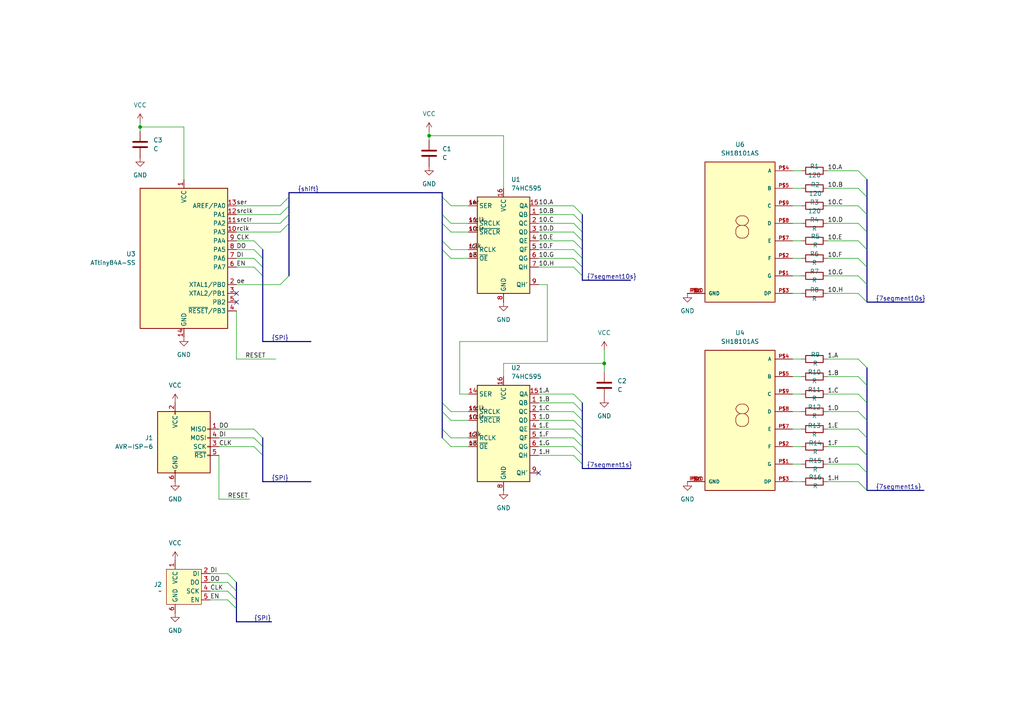
<source format=kicad_sch>
(kicad_sch (version 20231120) (generator "eeschema") (generator_version "8.0")
  (paper "A4")
  (lib_symbols
    (symbol "74xx:74HC595"
      (property "Reference" "U" (at -7.62 13.97 0))
      (property "Value" "74HC595" (at -7.62 -16.51 0))
      (symbol "74HC595_1_0"
        (pin tri_state line (at 10.16 7.62 180) (length 2.54) (name "QB") (number "1"))
        (pin input line (at -10.16 2.54 0) (length 2.54) (name "~{SRCLR}") (number "10"))
        (pin input line (at -10.16 5.08 0) (length 2.54) (name "SRCLK") (number "11"))
        (pin input line (at -10.16 -2.54 0) (length 2.54) (name "RCLK") (number "12"))
        (pin input line (at -10.16 -5.08 0) (length 2.54) (name "~{OE}") (number "13"))
        (pin input line (at -10.16 10.16 0) (length 2.54) (name "SER") (number "14"))
        (pin tri_state line (at 10.16 10.16 180) (length 2.54) (name "QA") (number "15"))
        (pin power_in line (at 0 15.24 270) (length 2.54) (name "VCC") (number "16"))
        (pin tri_state line (at 10.16 5.08 180) (length 2.54) (name "QC") (number "2"))
        (pin tri_state line (at 10.16 2.54 180) (length 2.54) (name "QD") (number "3"))
        (pin tri_state line (at 10.16 0 180) (length 2.54) (name "QE") (number "4"))
        (pin tri_state line (at 10.16 -2.54 180) (length 2.54) (name "QF") (number "5"))
        (pin tri_state line (at 10.16 -5.08 180) (length 2.54) (name "QG") (number "6"))
        (pin tri_state line (at 10.16 -7.62 180) (length 2.54) (name "QH") (number "7"))
        (pin power_in line (at 0 -17.78 90) (length 2.54) (name "GND") (number "8"))
        (pin output line (at 10.16 -12.7 180) (length 2.54) (name "QH'") (number "9"))
      )
      (symbol "74HC595_1_1"
        (rectangle (start -7.62 12.7) (end 7.62 -15.24) (stroke (width 0.254)) (fill (type background)))
      )
    )
    (symbol "Connector:AVR-ISP-6" (pin_names (offset 1.016))
      (property "Reference" "J" (at -6.35 11.43 0))
      (property "Value" "AVR-ISP-6" (at 0 11.43 0))
      (symbol "AVR-ISP-6_0_1"
        (rectangle (start -2.667 -6.858) (end -2.413 -7.62))
        (rectangle (start -2.667 10.16) (end -2.413 9.398))
        (rectangle (start 7.62 -2.413) (end 6.858 -2.667))
        (rectangle (start 7.62 0.127) (end 6.858 -0.127))
        (rectangle (start 7.62 2.667) (end 6.858 2.413))
        (rectangle (start 7.62 5.207) (end 6.858 4.953))
        (rectangle (start 7.62 10.16) (end -7.62 -7.62) (stroke (width 0.254)) (fill (type background)))
      )
      (symbol "AVR-ISP-6_1_1"
        (pin passive line (at 10.16 5.08 180) (length 2.54) (name "MISO") (number "1"))
        (pin passive line (at -2.54 12.7 270) (length 2.54) (name "VCC") (number "2"))
        (pin passive line (at 10.16 0 180) (length 2.54) (name "SCK") (number "3"))
        (pin passive line (at 10.16 2.54 180) (length 2.54) (name "MOSI") (number "4"))
        (pin passive line (at 10.16 -2.54 180) (length 2.54) (name "~{RST}") (number "5"))
        (pin passive line (at -2.54 -10.16 90) (length 2.54) (name "GND") (number "6"))
      )
    )
    (symbol "Device:C" (pin_numbers hide) (pin_names (offset 0.254))
      (property "Reference" "C" (at 0.635 2.54 0))
      (property "Value" "C" (at 0.635 -2.54 0))
      (symbol "C_0_1"
        (polyline (pts (xy -2.032 -0.762) (xy 2.032 -0.762)) (stroke (width 0.508)))
        (polyline (pts (xy -2.032 0.762) (xy 2.032 0.762)) (stroke (width 0.508)))
      )
      (symbol "C_1_1"
        (pin passive line (at 0 3.81 270) (length 2.794) (name "~") (number "1"))
        (pin passive line (at 0 -3.81 90) (length 2.794) (name "~") (number "2"))
      )
    )
    (symbol "Device:R" (pin_numbers hide) (pin_names (offset 0))
      (property "Reference" "R" (at 2.032 0 90))
      (property "Value" "R" (at 0 0 90))
      (symbol "R_0_1"
        (rectangle (start -1.016 -2.54) (end 1.016 2.54) (stroke (width 0.254)))
      )
      (symbol "R_1_1"
        (pin passive line (at 0 3.81 270) (length 1.27) (name "~") (number "1"))
        (pin passive line (at 0 -3.81 90) (length 1.27) (name "~") (number "2"))
      )
    )
    (symbol "Garth Libraries:SPI-Comm-Jack"
      (property "Reference" "J" (at 0 0 0))
      (property "Value" "SPI-Comm" (at 0 0 0))
      (symbol "SPI-Comm-Jack_1_1"
        (rectangle (start -5.08 5.08) (end 5.08 -5.08) (fill (type background)))
        (pin power_out line (at -2.54 7.62 270) (length 2.54) (name "VCC") (number "1"))
        (pin input line (at 7.62 3.81 180) (length 2.54) (name "DI") (number "2"))
        (pin output line (at 7.62 1.27 180) (length 2.54) (name "DO") (number "3"))
        (pin input line (at 7.62 -1.27 180) (length 2.54) (name "SCK") (number "4"))
        (pin input line (at 7.62 -3.81 180) (length 2.54) (name "EN") (number "5"))
        (pin power_out line (at -2.54 -7.62 90) (length 2.54) (name "GND") (number "6"))
      )
    )
    (symbol "MCU_Microchip_ATtiny:ATtiny84A-SS"
      (property "Reference" "U" (at -12.7 21.59 0))
      (property "Value" "ATtiny84A-SS" (at 2.54 -21.59 0))
      (symbol "ATtiny84A-SS_0_1"
        (rectangle (start -12.7 -20.32) (end 12.7 20.32) (stroke (width 0.254)) (fill (type background)))
      )
      (symbol "ATtiny84A-SS_1_1"
        (pin power_in line (at 0 22.86 270) (length 2.54) (name "VCC") (number "1"))
        (pin bidirectional line (at 15.24 7.62 180) (length 2.54) (name "PA3") (number "10"))
        (pin bidirectional line (at 15.24 10.16 180) (length 2.54) (name "PA2") (number "11"))
        (pin bidirectional line (at 15.24 12.7 180) (length 2.54) (name "PA1") (number "12"))
        (pin bidirectional line (at 15.24 15.24 180) (length 2.54) (name "AREF/PA0") (number "13"))
        (pin power_in line (at 0 -22.86 90) (length 2.54) (name "GND") (number "14"))
        (pin bidirectional line (at 15.24 -7.62 180) (length 2.54) (name "XTAL1/PB0") (number "2"))
        (pin bidirectional line (at 15.24 -10.16 180) (length 2.54) (name "XTAL2/PB1") (number "3"))
        (pin bidirectional line (at 15.24 -15.24 180) (length 2.54) (name "~{RESET}/PB3") (number "4"))
        (pin bidirectional line (at 15.24 -12.7 180) (length 2.54) (name "PB2") (number "5"))
        (pin bidirectional line (at 15.24 -2.54 180) (length 2.54) (name "PA7") (number "6"))
        (pin bidirectional line (at 15.24 0 180) (length 2.54) (name "PA6") (number "7"))
        (pin bidirectional line (at 15.24 2.54 180) (length 2.54) (name "PA5") (number "8"))
        (pin bidirectional line (at 15.24 5.08 180) (length 2.54) (name "PA4") (number "9"))
      )
    )
    (symbol "SH18101AS:SH18101AS" (pin_names (offset 1.016))
      (property "Reference" "U" (at -7.62 15.24 0))
      (property "Value" "SH18101AS" (at -7.62 -30.48 0))
      (symbol "SH18101AS_0_0"
        (rectangle (start -10.16 -27.94) (end 10.16 12.7) (stroke (width 0.254)) (fill (type background)))
        (text "8" (at -2.54 -10.16 0) (effects (font (size 6.4516 6.4516)) (justify left bottom)))
        (pin bidirectional line (at 15.24 -20.32 180) (length 5.08) (name "G") (number "P$1"))
        (pin power_in line (at -15.24 -25.4 0) (length 5.08) (name "GND") (number "P$10"))
        (pin bidirectional line (at 15.24 -15.24 180) (length 5.08) (name "F") (number "P$2"))
        (pin bidirectional line (at 15.24 -25.4 180) (length 5.08) (name "DP") (number "P$3"))
        (pin bidirectional line (at 15.24 10.16 180) (length 5.08) (name "A") (number "P$4"))
        (pin bidirectional line (at 15.24 5.08 180) (length 5.08) (name "B") (number "P$5"))
        (pin power_in line (at -15.24 -25.4 0) (length 5.08) (name "GND") (number "P$6"))
        (pin bidirectional line (at 15.24 -10.16 180) (length 5.08) (name "E") (number "P$7"))
        (pin bidirectional line (at 15.24 -5.08 180) (length 5.08) (name "D") (number "P$8"))
        (pin bidirectional line (at 15.24 0 180) (length 5.08) (name "C") (number "P$9"))
      )
    )
    (symbol "power:GND" (power) (pin_numbers hide) (pin_names (offset 0) hide)
      (property "Value" "GND" (at 0 -3.81 0))
      (symbol "GND_0_1"
        (polyline (pts (xy 0 0) (xy 0 -1.27) (xy 1.27 -1.27) (xy 0 -2.54) (xy -1.27 -1.27) (xy 0 -1.27)))
      )
      (symbol "GND_1_1"
        (pin power_in line (at 0 0 270) (length 0) (name "~") (number "1"))
      )
    )
    (symbol "power:VCC" (power) (pin_numbers hide) (pin_names (offset 0) hide)
      (property "Value" "VCC" (at 0 3.556 0))
      (symbol "VCC_0_1"
        (polyline (pts (xy -0.762 1.27) (xy 0 2.54)))
        (polyline (pts (xy 0 0) (xy 0 2.54)))
        (polyline (pts (xy 0 2.54) (xy 0.762 1.27)))
      )
      (symbol "VCC_1_1"
        (pin power_in line (at 0 0 90) (length 0) (name "~") (number "1"))
      )
    )
  )
  (bus_alias "" (members))
  (bus_alias "7segment10s" (members "10.A" "10.B" "10.C" "10.D" "10.E" "10.F" "10.G" "10.H"))
  (bus_alias "7segment1s" (members "1.A" "1.B" "1.C" "1.D" "1.E" "1.F" "1.G" "1.H"))
  (bus_alias "SPI" (members "DO" "DI" "CLK" "EN"))
  (bus_alias "shift" (members "ser" "srclk" "srclr" "rclk" "oe"))
  (junction (at 175.26 105.41))
  (junction (at 40.64 36.83))
  (junction (at 124.46 39.37))
  (no_connect (at 68.58 85.09))
  (no_connect (at 156.21 137.16))
  (no_connect (at 68.58 87.63))
  (bus_entry (at 76.2 74.93) (size -2.54 -2.54))
  (bus_entry (at 128.27 119.38) (size 2.54 2.54))
  (bus_entry (at 251.46 111.76) (size -2.54 -2.54))
  (bus_entry (at 128.27 127) (size 2.54 2.54))
  (bus_entry (at 168.91 124.46) (size -2.54 -2.54))
  (bus_entry (at 83.82 64.77) (size -2.54 2.54))
  (bus_entry (at 76.2 77.47) (size -2.54 -2.54))
  (bus_entry (at 251.46 116.84) (size -2.54 -2.54))
  (bus_entry (at 168.91 132.08) (size -2.54 -2.54))
  (bus_entry (at 168.91 134.62) (size -2.54 -2.54))
  (bus_entry (at 251.46 121.92) (size -2.54 -2.54))
  (bus_entry (at 168.91 69.85) (size -2.54 -2.54))
  (bus_entry (at 168.91 116.84) (size -2.54 -2.54))
  (bus_entry (at 168.91 127) (size -2.54 -2.54))
  (bus_entry (at 251.46 106.68) (size -2.54 -2.54))
  (bus_entry (at 251.46 127) (size -2.54 -2.54))
  (bus_entry (at 168.91 121.92) (size -2.54 -2.54))
  (bus_entry (at 251.46 82.55) (size -2.54 -2.54))
  (bus_entry (at 251.46 142.24) (size -2.54 -2.54))
  (bus_entry (at 128.27 64.77) (size 2.54 2.54))
  (bus_entry (at 168.91 129.54) (size -2.54 -2.54))
  (bus_entry (at 83.82 80.01) (size -2.54 2.54))
  (bus_entry (at 251.46 67.31) (size -2.54 -2.54))
  (bus_entry (at 251.46 72.39) (size -2.54 -2.54))
  (bus_entry (at 68.58 168.91) (size -2.54 -2.54))
  (bus_entry (at 83.82 62.23) (size -2.54 2.54))
  (bus_entry (at 168.91 119.38) (size -2.54 -2.54))
  (bus_entry (at 83.82 57.15) (size -2.54 2.54))
  (bus_entry (at 128.27 57.15) (size 2.54 2.54))
  (bus_entry (at 76.2 72.39) (size -2.54 -2.54))
  (bus_entry (at 251.46 137.16) (size -2.54 -2.54))
  (bus_entry (at 168.91 74.93) (size -2.54 -2.54))
  (bus_entry (at 128.27 69.85) (size 2.54 2.54))
  (bus_entry (at 251.46 62.23) (size -2.54 -2.54))
  (bus_entry (at 251.46 52.07) (size -2.54 -2.54))
  (bus_entry (at 76.2 80.01) (size -2.54 -2.54))
  (bus_entry (at 76.2 129.54) (size -2.54 -2.54))
  (bus_entry (at 168.91 80.01) (size -2.54 -2.54))
  (bus_entry (at 251.46 132.08) (size -2.54 -2.54))
  (bus_entry (at 251.46 57.15) (size -2.54 -2.54))
  (bus_entry (at 251.46 77.47) (size -2.54 -2.54))
  (bus_entry (at 76.2 132.08) (size -2.54 -2.54))
  (bus_entry (at 68.58 176.53) (size -2.54 -2.54))
  (bus_entry (at 168.91 62.23) (size -2.54 -2.54))
  (bus_entry (at 128.27 72.39) (size 2.54 2.54))
  (bus_entry (at 76.2 127) (size -2.54 -2.54))
  (bus_entry (at 128.27 124.46) (size 2.54 2.54))
  (bus_entry (at 168.91 67.31) (size -2.54 -2.54))
  (bus_entry (at 68.58 171.45) (size -2.54 -2.54))
  (bus_entry (at 168.91 72.39) (size -2.54 -2.54))
  (bus_entry (at 83.82 59.69) (size -2.54 2.54))
  (bus_entry (at 251.46 87.63) (size -2.54 -2.54))
  (bus_entry (at 168.91 77.47) (size -2.54 -2.54))
  (bus_entry (at 128.27 116.84) (size 2.54 2.54))
  (bus_entry (at 168.91 64.77) (size -2.54 -2.54))
  (bus_entry (at 68.58 173.99) (size -2.54 -2.54))
  (bus_entry (at 128.27 62.23) (size 2.54 2.54))
  (bus (pts (xy 251.46 87.63) (xy 267.97 87.63)))
  (wire (pts (xy 130.81 127) (xy 135.89 127)))
  (bus (pts (xy 168.91 64.77) (xy 168.91 67.31)))
  (bus (pts (xy 251.46 132.08) (xy 251.46 137.16)))
  (wire (pts (xy 130.81 129.54) (xy 135.89 129.54)))
  (wire (pts (xy 130.81 64.77) (xy 135.89 64.77)))
  (wire (pts (xy 240.03 54.61) (xy 248.92 54.61)))
  (bus (pts (xy 83.82 59.69) (xy 83.82 57.15)))
  (wire (pts (xy 68.58 90.17) (xy 68.58 104.14)))
  (wire (pts (xy 240.03 85.09) (xy 248.92 85.09)))
  (wire (pts (xy 63.5 124.46) (xy 73.66 124.46)))
  (wire (pts (xy 40.64 36.83) (xy 53.34 36.83)))
  (wire (pts (xy 130.81 72.39) (xy 135.89 72.39)))
  (wire (pts (xy 40.64 36.83) (xy 40.64 38.1)))
  (wire (pts (xy 146.05 105.41) (xy 146.05 109.22)))
  (wire (pts (xy 68.58 69.85) (xy 73.66 69.85)))
  (bus (pts (xy 168.91 124.46) (xy 168.91 127)))
  (bus (pts (xy 251.46 116.84) (xy 251.46 121.92)))
  (wire (pts (xy 130.81 74.93) (xy 135.89 74.93)))
  (bus (pts (xy 83.82 57.15) (xy 83.82 55.88)))
  (bus (pts (xy 168.91 67.31) (xy 168.91 69.85)))
  (wire (pts (xy 60.96 171.45) (xy 66.04 171.45)))
  (wire (pts (xy 175.26 105.41) (xy 175.26 107.95)))
  (wire (pts (xy 229.87 74.93) (xy 232.41 74.93)))
  (bus (pts (xy 76.2 129.54) (xy 76.2 132.08)))
  (wire (pts (xy 158.75 82.55) (xy 158.75 99.06)))
  (wire (pts (xy 156.21 77.47) (xy 166.37 77.47)))
  (bus (pts (xy 76.2 72.39) (xy 76.2 74.93)))
  (bus (pts (xy 128.27 57.15) (xy 128.27 62.23)))
  (wire (pts (xy 130.81 59.69) (xy 135.89 59.69)))
  (wire (pts (xy 229.87 129.54) (xy 232.41 129.54)))
  (wire (pts (xy 229.87 54.61) (xy 232.41 54.61)))
  (wire (pts (xy 156.21 121.92) (xy 166.37 121.92)))
  (wire (pts (xy 158.75 99.06) (xy 133.35 99.06)))
  (wire (pts (xy 68.58 72.39) (xy 73.66 72.39)))
  (wire (pts (xy 240.03 49.53) (xy 248.92 49.53)))
  (bus (pts (xy 128.27 64.77) (xy 128.27 69.85)))
  (wire (pts (xy 63.5 144.78) (xy 72.39 144.78)))
  (wire (pts (xy 156.21 119.38) (xy 166.37 119.38)))
  (bus (pts (xy 251.46 106.68) (xy 251.46 111.76)))
  (bus (pts (xy 251.46 111.76) (xy 251.46 116.84)))
  (wire (pts (xy 130.81 67.31) (xy 135.89 67.31)))
  (wire (pts (xy 156.21 69.85) (xy 166.37 69.85)))
  (bus (pts (xy 251.46 127) (xy 251.46 132.08)))
  (wire (pts (xy 68.58 59.69) (xy 81.28 59.69)))
  (bus (pts (xy 83.82 55.88) (xy 128.27 55.88)))
  (bus (pts (xy 128.27 72.39) (xy 128.27 116.84)))
  (wire (pts (xy 156.21 82.55) (xy 158.75 82.55)))
  (bus (pts (xy 168.91 69.85) (xy 168.91 72.39)))
  (wire (pts (xy 240.03 74.93) (xy 248.92 74.93)))
  (bus (pts (xy 76.2 77.47) (xy 76.2 80.01)))
  (wire (pts (xy 146.05 105.41) (xy 175.26 105.41)))
  (bus (pts (xy 251.46 62.23) (xy 251.46 67.31)))
  (bus (pts (xy 168.91 62.23) (xy 168.91 64.77)))
  (bus (pts (xy 168.91 132.08) (xy 168.91 134.62)))
  (wire (pts (xy 68.58 77.47) (xy 73.66 77.47)))
  (bus (pts (xy 168.91 81.28) (xy 182.88 81.28)))
  (bus (pts (xy 251.46 57.15) (xy 251.46 62.23)))
  (bus (pts (xy 168.91 121.92) (xy 168.91 124.46)))
  (bus (pts (xy 168.91 135.89) (xy 182.88 135.89)))
  (bus (pts (xy 76.2 127) (xy 76.2 129.54)))
  (bus (pts (xy 128.27 116.84) (xy 128.27 119.38)))
  (bus (pts (xy 68.58 180.34) (xy 78.74 180.34)))
  (wire (pts (xy 229.87 104.14) (xy 232.41 104.14)))
  (wire (pts (xy 240.03 80.01) (xy 248.92 80.01)))
  (wire (pts (xy 68.58 62.23) (xy 81.28 62.23)))
  (wire (pts (xy 156.21 116.84) (xy 166.37 116.84)))
  (bus (pts (xy 68.58 173.99) (xy 68.58 176.53)))
  (bus (pts (xy 251.46 67.31) (xy 251.46 72.39)))
  (wire (pts (xy 240.03 109.22) (xy 248.92 109.22)))
  (wire (pts (xy 124.46 38.1) (xy 124.46 39.37)))
  (wire (pts (xy 240.03 104.14) (xy 248.92 104.14)))
  (bus (pts (xy 168.91 134.62) (xy 168.91 135.89)))
  (bus (pts (xy 128.27 62.23) (xy 128.27 64.77)))
  (wire (pts (xy 60.96 173.99) (xy 66.04 173.99)))
  (bus (pts (xy 251.46 72.39) (xy 251.46 77.47)))
  (bus (pts (xy 168.91 127) (xy 168.91 129.54)))
  (wire (pts (xy 156.21 132.08) (xy 166.37 132.08)))
  (wire (pts (xy 229.87 85.09) (xy 232.41 85.09)))
  (bus (pts (xy 83.82 80.01) (xy 83.82 64.77)))
  (wire (pts (xy 124.46 39.37) (xy 124.46 40.64)))
  (wire (pts (xy 68.58 67.31) (xy 81.28 67.31)))
  (bus (pts (xy 68.58 176.53) (xy 68.58 180.34)))
  (wire (pts (xy 156.21 124.46) (xy 166.37 124.46)))
  (bus (pts (xy 83.82 64.77) (xy 83.82 62.23)))
  (bus (pts (xy 68.58 171.45) (xy 68.58 173.99)))
  (wire (pts (xy 240.03 124.46) (xy 248.92 124.46)))
  (wire (pts (xy 63.5 132.08) (xy 63.5 144.78)))
  (bus (pts (xy 76.2 132.08) (xy 76.2 139.7)))
  (wire (pts (xy 156.21 59.69) (xy 166.37 59.69)))
  (wire (pts (xy 229.87 139.7) (xy 232.41 139.7)))
  (wire (pts (xy 156.21 62.23) (xy 166.37 62.23)))
  (wire (pts (xy 229.87 49.53) (xy 232.41 49.53)))
  (wire (pts (xy 240.03 119.38) (xy 248.92 119.38)))
  (wire (pts (xy 156.21 114.3) (xy 166.37 114.3)))
  (bus (pts (xy 251.46 137.16) (xy 251.46 142.24)))
  (wire (pts (xy 68.58 104.14) (xy 80.01 104.14)))
  (wire (pts (xy 156.21 67.31) (xy 166.37 67.31)))
  (bus (pts (xy 168.91 129.54) (xy 168.91 132.08)))
  (wire (pts (xy 175.26 101.6) (xy 175.26 105.41)))
  (wire (pts (xy 53.34 52.07) (xy 53.34 36.83)))
  (wire (pts (xy 240.03 114.3) (xy 248.92 114.3)))
  (wire (pts (xy 63.5 127) (xy 73.66 127)))
  (bus (pts (xy 168.91 72.39) (xy 168.91 74.93)))
  (bus (pts (xy 251.46 77.47) (xy 251.46 82.55)))
  (wire (pts (xy 156.21 127) (xy 166.37 127)))
  (wire (pts (xy 156.21 64.77) (xy 166.37 64.77)))
  (bus (pts (xy 168.91 119.38) (xy 168.91 121.92)))
  (bus (pts (xy 76.2 74.93) (xy 76.2 77.47)))
  (bus (pts (xy 168.91 77.47) (xy 168.91 80.01)))
  (wire (pts (xy 240.03 64.77) (xy 248.92 64.77)))
  (wire (pts (xy 229.87 64.77) (xy 232.41 64.77)))
  (wire (pts (xy 130.81 119.38) (xy 135.89 119.38)))
  (wire (pts (xy 240.03 129.54) (xy 248.92 129.54)))
  (bus (pts (xy 168.91 74.93) (xy 168.91 77.47)))
  (wire (pts (xy 60.96 166.37) (xy 66.04 166.37)))
  (bus (pts (xy 128.27 69.85) (xy 128.27 72.39)))
  (bus (pts (xy 76.2 80.01) (xy 76.2 99.06)))
  (bus (pts (xy 251.46 52.07) (xy 251.46 57.15)))
  (wire (pts (xy 240.03 134.62) (xy 248.92 134.62)))
  (wire (pts (xy 133.35 114.3) (xy 135.89 114.3)))
  (wire (pts (xy 68.58 64.77) (xy 81.28 64.77)))
  (wire (pts (xy 240.03 69.85) (xy 248.92 69.85)))
  (wire (pts (xy 229.87 119.38) (xy 232.41 119.38)))
  (wire (pts (xy 229.87 114.3) (xy 232.41 114.3)))
  (bus (pts (xy 76.2 139.7) (xy 90.17 139.7)))
  (wire (pts (xy 229.87 124.46) (xy 232.41 124.46)))
  (wire (pts (xy 240.03 139.7) (xy 248.92 139.7)))
  (bus (pts (xy 251.46 82.55) (xy 251.46 87.63)))
  (wire (pts (xy 68.58 82.55) (xy 81.28 82.55)))
  (wire (pts (xy 240.03 59.69) (xy 248.92 59.69)))
  (bus (pts (xy 83.82 62.23) (xy 83.82 59.69)))
  (bus (pts (xy 128.27 119.38) (xy 128.27 124.46)))
  (wire (pts (xy 229.87 109.22) (xy 232.41 109.22)))
  (bus (pts (xy 251.46 142.24) (xy 267.97 142.24)))
  (wire (pts (xy 63.5 129.54) (xy 73.66 129.54)))
  (bus (pts (xy 76.2 99.06) (xy 90.17 99.06)))
  (wire (pts (xy 156.21 72.39) (xy 166.37 72.39)))
  (wire (pts (xy 229.87 59.69) (xy 232.41 59.69)))
  (wire (pts (xy 40.64 35.56) (xy 40.64 36.83)))
  (wire (pts (xy 229.87 80.01) (xy 232.41 80.01)))
  (bus (pts (xy 251.46 121.92) (xy 251.46 127)))
  (wire (pts (xy 124.46 39.37) (xy 146.05 39.37)))
  (bus (pts (xy 168.91 116.84) (xy 168.91 119.38)))
  (bus (pts (xy 128.27 55.88) (xy 128.27 57.15)))
  (wire (pts (xy 229.87 134.62) (xy 232.41 134.62)))
  (wire (pts (xy 130.81 121.92) (xy 135.89 121.92)))
  (wire (pts (xy 146.05 39.37) (xy 146.05 54.61)))
  (wire (pts (xy 156.21 129.54) (xy 166.37 129.54)))
  (wire (pts (xy 229.87 69.85) (xy 232.41 69.85)))
  (wire (pts (xy 60.96 168.91) (xy 66.04 168.91)))
  (bus (pts (xy 168.91 80.01) (xy 168.91 81.28)))
  (wire (pts (xy 156.21 74.93) (xy 166.37 74.93)))
  (wire (pts (xy 133.35 99.06) (xy 133.35 114.3)))
  (bus (pts (xy 128.27 124.46) (xy 128.27 127)))
  (wire (pts (xy 68.58 74.93) (xy 73.66 74.93)))
  (bus (pts (xy 68.58 168.91) (xy 68.58 171.45)))
  (label "1.G" (at 240.03 134.62 0))
  (label "1.D" (at 240.03 119.38 0))
  (label "DI" (at 60.96 166.37 0))
  (label "1.F" (at 156.21 127 0))
  (label "10.C" (at 156.21 64.77 0))
  (label "1.H" (at 240.03 139.7 0))
  (label "10.G" (at 156.21 74.93 0))
  (label "1.G" (at 156.21 129.54 0))
  (label "{SPI}" (at 78.74 99.06 0))
  (label "rclk" (at 135.89 127 0))
  (label "1.A" (at 240.03 104.14 0))
  (label "{7segment10s}" (at 170.18 81.28 0))
  (label "1.A" (at 156.21 114.3 0))
  (label "rclk" (at 68.58 67.31 0))
  (label "CLK" (at 68.58 69.85 0))
  (label "srclr" (at 135.89 67.31 0))
  (label "1.B" (at 240.03 109.22 0))
  (label "rclk" (at 135.89 72.39 0))
  (label "10.F" (at 156.21 72.39 0))
  (label "10.C" (at 240.03 59.69 0))
  (label "DI" (at 63.5 127 0))
  (label "10.D" (at 240.03 64.77 0))
  (label "1.C" (at 240.03 114.3 0))
  (label "RESET" (at 66.04 144.78 0))
  (label "10.B" (at 156.21 62.23 0))
  (label "ser" (at 135.89 59.69 0))
  (label "ser" (at 68.58 59.69 0))
  (label "1.D" (at 156.21 121.92 0))
  (label "srclk" (at 135.89 64.77 0))
  (label "10.A" (at 240.03 49.53 0))
  (label "{7segment10s}" (at 254 87.63 0))
  (label "1.C" (at 156.21 119.38 0))
  (label "10.A" (at 156.21 59.69 0))
  (label "srclr" (at 135.89 121.92 0))
  (label "1.F" (at 240.03 129.54 0))
  (label "10.H" (at 156.21 77.47 0))
  (label "10.B" (at 240.03 54.61 0))
  (label "DO" (at 63.5 124.46 0))
  (label "oe" (at 68.58 82.55 0))
  (label "1.H" (at 156.21 132.08 0))
  (label "{7segment1s}" (at 170.18 135.89 0))
  (label "{SPI}" (at 73.66 180.34 0))
  (label "oe" (at 135.89 129.54 0))
  (label "oe" (at 135.89 74.93 0))
  (label "10.E" (at 240.03 69.85 0))
  (label "10.H" (at 240.03 85.09 0))
  (label "DO" (at 68.58 72.39 0))
  (label "{shift}" (at 86.36 55.88 0))
  (label "10.G" (at 240.03 80.01 0))
  (label "DO" (at 60.96 168.91 0))
  (label "10.E" (at 156.21 69.85 0))
  (label "srclk" (at 135.89 119.38 0))
  (label "{7segment1s}" (at 254 142.24 0))
  (label "{SPI}" (at 78.74 139.7 0))
  (label "EN" (at 60.96 173.99 0))
  (label "1.E" (at 240.03 124.46 0))
  (label "CLK" (at 63.5 129.54 0))
  (label "EN" (at 68.58 77.47 0))
  (label "1.B" (at 156.21 116.84 0))
  (label "RESET" (at 71.12 104.14 0))
  (label "srclr" (at 68.58 64.77 0))
  (label "1.E" (at 156.21 124.46 0))
  (label "CLK" (at 60.96 171.45 0))
  (label "DI" (at 68.58 74.93 0))
  (label "10.D" (at 156.21 67.31 0))
  (label "srclk" (at 68.58 62.23 0))
  (label "10.F" (at 240.03 74.93 0))
  (symbol (lib_id "power:GND") (at 40.64 45.72 0) (unit 1)
    (property "Reference" "#PWR010" (effects (hide yes)))
    (property "Value" "GND" (at 40.64 50.8 0))
    (property "Description" "Power symbol creates a global label with name \"GND\" , ground" (effects (hide yes)))
  )
  (symbol (lib_id "Device:R") (at 236.22 69.85 90) (unit 1)
    (property "Reference" "R5" (at 236.474 68.58 90))
    (property "Value" "R" (at 236.474 71.12 90))
    (property "Footprint" "Resistor_SMD:R_0805_2012Metric_Pad1.20x1.40mm_HandSolder" (effects (hide yes)))
    (property "Description" "Resistor" (effects (hide yes)))
  )
  (symbol (lib_id "74xx:74HC595") (at 146.05 69.85 0) (unit 1)
    (property "Reference" "U1" (at 148.2441 52.07 0) (effects (justify left)))
    (property "Value" "74HC595" (at 148.2441 54.61 0) (effects (justify left)))
    (property "Footprint" "Package_SO:TSSOP-16_4.4x5mm_P0.65mm" (effects (hide yes)))
    (property "Datasheet" "http://www.ti.com/lit/ds/symlink/sn74hc595.pdf" (effects (hide yes)))
    (property "Description" "8-bit serial in/out Shift Register 3-State Outputs" (effects (hide yes)))
  )
  (symbol (lib_id "Garth Libraries:SPI-Comm-Jack") (at 53.34 170.18 0) (unit 1)
    (property "Reference" "J2" (at 46.99 169.5449 0) (effects (justify right)))
    (property "Value" "~" (at 46.99 171.45 0) (effects (justify right)))
    (property "Footprint" "Garth:RJ11-Straight" (effects (hide yes)))
  )
  (symbol (lib_id "Device:R") (at 236.22 134.62 90) (unit 1)
    (property "Reference" "R15" (at 236.474 133.604 90))
    (property "Value" "R" (at 236.474 136.144 90))
    (property "Footprint" "Resistor_SMD:R_0805_2012Metric_Pad1.20x1.40mm_HandSolder" (effects (hide yes)))
    (property "Description" "Resistor" (effects (hide yes)))
  )
  (symbol (lib_id "Device:R") (at 236.22 49.53 90) (unit 1)
    (property "Reference" "R1" (at 236.22 48.26 90))
    (property "Value" "120" (at 236.22 50.8 90))
    (property "Footprint" "Resistor_SMD:R_0805_2012Metric_Pad1.20x1.40mm_HandSolder" (effects (hide yes)))
    (property "Description" "Resistor" (effects (hide yes)))
  )
  (symbol (lib_id "Device:R") (at 236.22 59.69 90) (unit 1)
    (property "Reference" "R3" (at 236.22 58.674 90))
    (property "Value" "120" (at 236.22 61.214 90))
    (property "Footprint" "Resistor_SMD:R_0805_2012Metric_Pad1.20x1.40mm_HandSolder" (effects (hide yes)))
    (property "Description" "Resistor" (effects (hide yes)))
  )
  (symbol (lib_id "74xx:74HC595") (at 146.05 124.46 0) (unit 1)
    (property "Reference" "U2" (at 148.2441 106.68 0) (effects (justify left)))
    (property "Value" "74HC595" (at 148.2441 109.22 0) (effects (justify left)))
    (property "Footprint" "Package_SO:TSSOP-16_4.4x5mm_P0.65mm" (effects (hide yes)))
    (property "Datasheet" "http://www.ti.com/lit/ds/symlink/sn74hc595.pdf" (effects (hide yes)))
    (property "Description" "8-bit serial in/out Shift Register 3-State Outputs" (effects (hide yes)))
  )
  (symbol (lib_id "Device:R") (at 236.22 104.14 90) (unit 1)
    (property "Reference" "R9" (at 236.474 102.87 90))
    (property "Value" "R" (at 236.474 105.41 90))
    (property "Footprint" "Resistor_SMD:R_0805_2012Metric_Pad1.20x1.40mm_HandSolder" (effects (hide yes)))
    (property "Description" "Resistor" (effects (hide yes)))
  )
  (symbol (lib_id "MCU_Microchip_ATtiny:ATtiny84A-SS") (at 53.34 74.93 0) (unit 1)
    (property "Reference" "U3" (at 39.37 73.6599 0) (effects (justify right)))
    (property "Value" "ATtiny84A-SS" (at 39.37 76.1999 0) (effects (justify right)))
    (property "Footprint" "Package_SO:SOIC-14_3.9x8.7mm_P1.27mm" (effects (hide yes)))
    (property "Datasheet" "http://ww1.microchip.com/downloads/en/DeviceDoc/doc8183.pdf" (effects (hide yes)))
    (property "Description" "20MHz, 8kB Flash, 512B SRAM, 512B EEPROM, debugWIRE, SOIC-14" (effects (hide yes)))
  )
  (symbol (lib_id "power:GND") (at 124.46 48.26 0) (unit 1)
    (property "Reference" "#PWR05" (effects (hide yes)))
    (property "Value" "GND" (at 124.46 53.34 0))
    (property "Description" "Power symbol creates a global label with name \"GND\" , ground" (effects (hide yes)))
  )
  (symbol (lib_id "Device:R") (at 236.22 80.01 90) (unit 1)
    (property "Reference" "R7" (at 236.22 78.74 90))
    (property "Value" "R" (at 236.22 81.28 90))
    (property "Footprint" "Resistor_SMD:R_0805_2012Metric_Pad1.20x1.40mm_HandSolder" (effects (hide yes)))
    (property "Description" "Resistor" (effects (hide yes)))
  )
  (symbol (lib_id "Device:C") (at 40.64 41.91 0) (unit 1)
    (property "Reference" "C3" (at 44.45 40.6399 0) (effects (justify left)))
    (property "Value" "C" (at 44.45 43.1799 0) (effects (justify left)))
    (property "Footprint" "Capacitor_SMD:C_0805_2012Metric" (effects (hide yes)))
    (property "Description" "Unpolarized capacitor" (effects (hide yes)))
  )
  (symbol (lib_id "Device:R") (at 236.22 54.61 90) (unit 1)
    (property "Reference" "R2" (at 236.474 53.594 90))
    (property "Value" "120" (at 236.474 56.134 90))
    (property "Footprint" "Resistor_SMD:R_0805_2012Metric_Pad1.20x1.40mm_HandSolder" (effects (hide yes)))
    (property "Description" "Resistor" (effects (hide yes)))
  )
  (symbol (lib_id "power:VCC") (at 40.64 35.56 0) (unit 1)
    (property "Reference" "#PWR09" (effects (hide yes)))
    (property "Value" "VCC" (at 40.64 30.48 0))
    (property "Description" "Power symbol creates a global label with name \"VCC\"" (effects (hide yes)))
  )
  (symbol (lib_id "Device:R") (at 236.22 74.93 90) (unit 1)
    (property "Reference" "R6" (at 236.22 73.66 90))
    (property "Value" "R" (at 236.22 76.2 90))
    (property "Footprint" "Resistor_SMD:R_0805_2012Metric_Pad1.20x1.40mm_HandSolder" (effects (hide yes)))
    (property "Description" "Resistor" (effects (hide yes)))
  )
  (symbol (lib_id "Device:R") (at 236.22 64.77 90) (unit 1)
    (property "Reference" "R4" (at 236.22 63.754 90))
    (property "Value" "R" (at 236.22 66.294 90))
    (property "Footprint" "Resistor_SMD:R_0805_2012Metric_Pad1.20x1.40mm_HandSolder" (effects (hide yes)))
    (property "Description" "Resistor" (effects (hide yes)))
  )
  (symbol (lib_id "power:GND") (at 53.34 97.79 0) (unit 1)
    (property "Reference" "#PWR011" (effects (hide yes)))
    (property "Value" "GND" (at 53.34 102.87 0))
    (property "Description" "Power symbol creates a global label with name \"GND\" , ground" (effects (hide yes)))
  )
  (symbol (lib_id "power:GND") (at 146.05 142.24 0) (unit 1)
    (property "Reference" "#PWR02" (effects (hide yes)))
    (property "Value" "GND" (at 146.05 147.32 0))
    (property "Description" "Power symbol creates a global label with name \"GND\" , ground" (effects (hide yes)))
  )
  (symbol (lib_id "Device:R") (at 236.22 114.3 90) (unit 1)
    (property "Reference" "R11" (at 236.22 113.03 90))
    (property "Value" "R" (at 236.22 115.57 90))
    (property "Footprint" "Resistor_SMD:R_0805_2012Metric_Pad1.20x1.40mm_HandSolder" (effects (hide yes)))
    (property "Description" "Resistor" (effects (hide yes)))
  )
  (symbol (lib_id "Device:R") (at 236.22 85.09 90) (unit 1)
    (property "Reference" "R8" (at 236.22 84.074 90))
    (property "Value" "R" (at 236.22 86.614 90))
    (property "Footprint" "Resistor_SMD:R_0805_2012Metric_Pad1.20x1.40mm_HandSolder" (effects (hide yes)))
    (property "Description" "Resistor" (effects (hide yes)))
  )
  (symbol (lib_id "Device:R") (at 236.22 119.38 90) (unit 1)
    (property "Reference" "R12" (at 236.22 118.11 90))
    (property "Value" "R" (at 236.22 120.65 90))
    (property "Footprint" "Resistor_SMD:R_0805_2012Metric_Pad1.20x1.40mm_HandSolder" (effects (hide yes)))
    (property "Description" "Resistor" (effects (hide yes)))
  )
  (symbol (lib_id "Device:R") (at 236.22 109.22 90) (unit 1)
    (property "Reference" "R10" (at 236.22 107.95 90))
    (property "Value" "R" (at 236.22 110.49 90))
    (property "Footprint" "Resistor_SMD:R_0805_2012Metric_Pad1.20x1.40mm_HandSolder" (effects (hide yes)))
    (property "Description" "Resistor" (effects (hide yes)))
  )
  (symbol (lib_id "Connector:AVR-ISP-6") (at 53.34 129.54 0) (unit 1)
    (property "Reference" "J1" (at 44.45 126.9999 0) (effects (justify right)))
    (property "Value" "AVR-ISP-6" (at 44.45 129.5399 0) (effects (justify right)))
    (property "Footprint" "Connector_IDC:IDC-Header_2x03_P2.54mm_Vertical" (effects (hide yes)))
    (property "Datasheet" " ~" (effects (hide yes)))
    (property "Description" "Atmel 6-pin ISP connector" (effects (hide yes)))
  )
  (symbol (lib_id "SH18101AS:SH18101AS") (at 214.63 114.3 0) (unit 1)
    (property "Reference" "U4" (at 214.63 96.52 0))
    (property "Value" "SH18101AS" (at 214.63 99.06 0))
    (property "Footprint" "SH18101AS:SH18101AS" (effects (hide yes)))
  )
  (symbol (lib_id "power:GND") (at 199.39 85.09 0) (unit 1)
    (property "Reference" "#PWR07" (effects (hide yes)))
    (property "Value" "GND" (at 199.39 90.17 0))
    (property "Description" "Power symbol creates a global label with name \"GND\" , ground" (effects (hide yes)))
  )
  (symbol (lib_id "power:VCC") (at 175.26 101.6 0) (unit 1)
    (property "Reference" "#PWR03" (effects (hide yes)))
    (property "Value" "VCC" (at 175.26 96.52 0))
    (property "Description" "Power symbol creates a global label with name \"VCC\"" (effects (hide yes)))
  )
  (symbol (lib_id "power:GND") (at 146.05 87.63 0) (unit 1)
    (property "Reference" "#PWR01" (effects (hide yes)))
    (property "Value" "GND" (at 146.05 92.71 0))
    (property "Description" "Power symbol creates a global label with name \"GND\" , ground" (effects (hide yes)))
  )
  (symbol (lib_id "power:GND") (at 175.26 115.57 0) (unit 1)
    (property "Reference" "#PWR06" (effects (hide yes)))
    (property "Value" "GND" (at 175.26 120.65 0))
    (property "Description" "Power symbol creates a global label with name \"GND\" , ground" (effects (hide yes)))
  )
  (symbol (lib_id "SH18101AS:SH18101AS") (at 214.63 59.69 0) (unit 1)
    (property "Reference" "U6" (at 214.63 41.91 0))
    (property "Value" "SH18101AS" (at 214.63 44.45 0))
    (property "Footprint" "SH18101AS:SH18101AS" (effects (hide yes)))
  )
  (symbol (lib_id "power:GND") (at 50.8 139.7 0) (unit 1)
    (property "Reference" "#PWR013" (effects (hide yes)))
    (property "Value" "GND" (at 50.8 144.78 0))
    (property "Description" "Power symbol creates a global label with name \"GND\" , ground" (effects (hide yes)))
  )
  (symbol (lib_id "power:GND") (at 50.8 177.8 0) (unit 1)
    (property "Reference" "#PWR014" (effects (hide yes)))
    (property "Value" "GND" (at 50.8 182.88 0))
    (property "Description" "Power symbol creates a global label with name \"GND\" , ground" (effects (hide yes)))
  )
  (symbol (lib_id "Device:C") (at 124.46 44.45 0) (unit 1)
    (property "Reference" "C1" (at 128.27 43.1799 0) (effects (justify left)))
    (property "Value" "C" (at 128.27 45.7199 0) (effects (justify left)))
    (property "Footprint" "Capacitor_SMD:C_0805_2012Metric" (effects (hide yes)))
    (property "Description" "Unpolarized capacitor" (effects (hide yes)))
  )
  (symbol (lib_id "power:VCC") (at 124.46 38.1 0) (unit 1)
    (property "Reference" "#PWR04" (effects (hide yes)))
    (property "Value" "VCC" (at 124.46 33.02 0))
    (property "Description" "Power symbol creates a global label with name \"VCC\"" (effects (hide yes)))
  )
  (symbol (lib_id "Device:R") (at 236.22 129.54 90) (unit 1)
    (property "Reference" "R14" (at 236.474 128.524 90))
    (property "Value" "R" (at 236.474 131.064 90))
    (property "Footprint" "Resistor_SMD:R_0805_2012Metric_Pad1.20x1.40mm_HandSolder" (effects (hide yes)))
    (property "Description" "Resistor" (effects (hide yes)))
  )
  (symbol (lib_id "power:VCC") (at 50.8 162.56 0) (unit 1)
    (property "Reference" "#PWR015" (effects (hide yes)))
    (property "Value" "VCC" (at 50.8 157.48 0))
    (property "Description" "Power symbol creates a global label with name \"VCC\"" (effects (hide yes)))
  )
  (symbol (lib_id "Device:R") (at 236.22 139.7 90) (unit 1)
    (property "Reference" "R16" (at 236.474 138.43 90))
    (property "Value" "R" (at 236.474 140.97 90))
    (property "Footprint" "Resistor_SMD:R_0805_2012Metric_Pad1.20x1.40mm_HandSolder" (effects (hide yes)))
    (property "Description" "Resistor" (effects (hide yes)))
  )
  (symbol (lib_id "Device:C") (at 175.26 111.76 0) (unit 1)
    (property "Reference" "C2" (at 179.07 110.4899 0) (effects (justify left)))
    (property "Value" "C" (at 179.07 113.0299 0) (effects (justify left)))
    (property "Footprint" "Capacitor_SMD:C_0805_2012Metric" (effects (hide yes)))
    (property "Description" "Unpolarized capacitor" (effects (hide yes)))
  )
  (symbol (lib_id "Device:R") (at 236.22 124.46 90) (unit 1)
    (property "Reference" "R13" (at 236.22 123.444 90))
    (property "Value" "R" (at 236.22 125.984 90))
    (property "Footprint" "Resistor_SMD:R_0805_2012Metric_Pad1.20x1.40mm_HandSolder" (effects (hide yes)))
    (property "Description" "Resistor" (effects (hide yes)))
  )
  (symbol (lib_id "power:GND") (at 199.39 139.7 0) (unit 1)
    (property "Reference" "#PWR08" (effects (hide yes)))
    (property "Value" "GND" (at 199.39 144.78 0))
    (property "Description" "Power symbol creates a global label with name \"GND\" , ground" (effects (hide yes)))
  )
  (symbol (lib_id "power:VCC") (at 50.8 116.84 0) (unit 1)
    (property "Reference" "#PWR012" (effects (hide yes)))
    (property "Value" "VCC" (at 50.8 111.76 0))
    (property "Description" "Power symbol creates a global label with name \"VCC\"" (effects (hide yes)))
  )
)
</source>
